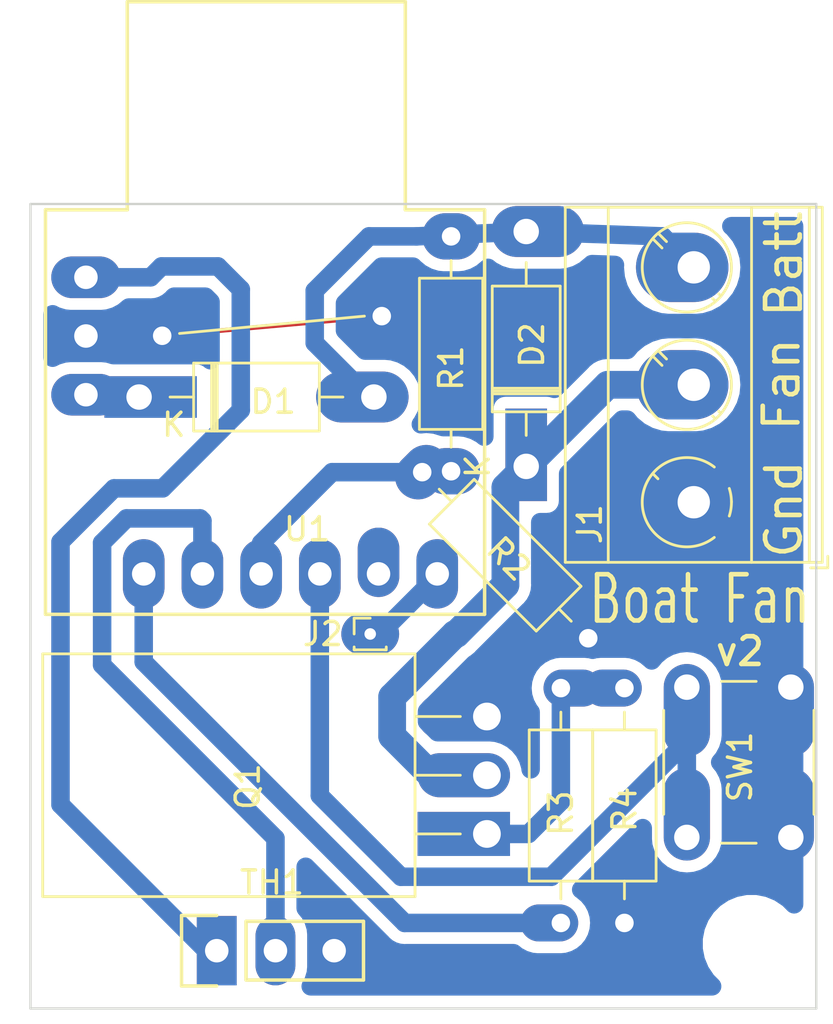
<source format=kicad_pcb>
(kicad_pcb (version 20171130) (host pcbnew 5.1.6-1.fc32)

  (general
    (thickness 1.6)
    (drawings 10)
    (tracks 63)
    (zones 0)
    (modules 14)
    (nets 12)
  )

  (page A4)
  (layers
    (0 F.Cu signal)
    (31 B.Cu signal)
    (32 B.Adhes user hide)
    (33 F.Adhes user hide)
    (34 B.Paste user hide)
    (35 F.Paste user hide)
    (36 B.SilkS user hide)
    (37 F.SilkS user)
    (38 B.Mask user hide)
    (39 F.Mask user hide)
    (40 Dwgs.User user hide)
    (41 Cmts.User user hide)
    (42 Eco1.User user hide)
    (43 Eco2.User user hide)
    (44 Edge.Cuts user)
    (45 Margin user hide)
    (46 B.CrtYd user hide)
    (47 F.CrtYd user hide)
    (48 B.Fab user hide)
    (49 F.Fab user hide)
  )

  (setup
    (last_trace_width 1.2)
    (user_trace_width 0.2)
    (user_trace_width 1.2)
    (trace_clearance 0.5)
    (zone_clearance 0.508)
    (zone_45_only no)
    (trace_min 0.2)
    (via_size 0.8)
    (via_drill 0.4)
    (via_min_size 0.4)
    (via_min_drill 0.3)
    (uvia_size 0.3)
    (uvia_drill 0.1)
    (uvias_allowed no)
    (uvia_min_size 0.2)
    (uvia_min_drill 0.1)
    (edge_width 0.05)
    (segment_width 0.2)
    (pcb_text_width 0.3)
    (pcb_text_size 1.5 1.5)
    (mod_edge_width 0.12)
    (mod_text_size 1 1)
    (mod_text_width 0.15)
    (pad_size 1.6 2.5)
    (pad_drill 0.8)
    (pad_to_mask_clearance 0.051)
    (solder_mask_min_width 0.25)
    (aux_axis_origin 85.2 99.6)
    (grid_origin 85.2 99.6)
    (visible_elements FFFFFF7F)
    (pcbplotparams
      (layerselection 0x01020_fffffffe)
      (usegerberextensions false)
      (usegerberattributes false)
      (usegerberadvancedattributes false)
      (creategerberjobfile false)
      (excludeedgelayer true)
      (linewidth 0.100000)
      (plotframeref false)
      (viasonmask false)
      (mode 1)
      (useauxorigin true)
      (hpglpennumber 1)
      (hpglpenspeed 20)
      (hpglpendiameter 15.000000)
      (psnegative false)
      (psa4output false)
      (plotreference true)
      (plotvalue true)
      (plotinvisibletext false)
      (padsonsilk false)
      (subtractmaskfromsilk false)
      (outputformat 1)
      (mirror false)
      (drillshape 0)
      (scaleselection 1)
      (outputdirectory "../Gerber/"))
  )

  (net 0 "")
  (net 1 GND)
  (net 2 "Net-(Q1-Pad1)")
  (net 3 button)
  (net 4 DHT11)
  (net 5 +5V)
  (net 6 Reset)
  (net 7 Vbatt)
  (net 8 FAN-GND)
  (net 9 Vsense)
  (net 10 fan-pwm)
  (net 11 Vin)

  (net_class Default "This is the default net class."
    (clearance 0.5)
    (trace_width 0.8)
    (via_dia 0.8)
    (via_drill 0.4)
    (uvia_dia 0.3)
    (uvia_drill 0.1)
    (add_net +5V)
    (add_net DHT11)
    (add_net FAN-GND)
    (add_net GND)
    (add_net "Net-(Q1-Pad1)")
    (add_net Reset)
    (add_net Vbatt)
    (add_net Vin)
    (add_net Vsense)
    (add_net button)
    (add_net fan-pwm)
  )

  (net_class pwr ""
    (clearance 0.5)
    (trace_width 1.2)
    (via_dia 0.8)
    (via_drill 0.4)
    (uvia_dia 0.3)
    (uvia_drill 0.1)
  )

  (module Resistor_THT:R_Axial_DIN0207_L6.3mm_D2.5mm_P10.16mm_Horizontal (layer F.Cu) (tedit 5EF0C69A) (tstamp 5D65B220)
    (at 110.7 85.94 270)
    (descr "Resistor, Axial_DIN0207 series, Axial, Horizontal, pin pitch=10.16mm, 0.25W = 1/4W, length*diameter=6.3*2.5mm^2, http://cdn-reichelt.de/documents/datenblatt/B400/1_4W%23YAG.pdf")
    (tags "Resistor Axial_DIN0207 series Axial Horizontal pin pitch 10.16mm 0.25W = 1/4W length 6.3mm diameter 2.5mm")
    (path /5D655ED0)
    (fp_text reference R4 (at 5.25 0 90) (layer F.SilkS)
      (effects (font (size 1 1) (thickness 0.15)))
    )
    (fp_text value 10K (at 5.08 2.37 90) (layer F.Fab)
      (effects (font (size 1 1) (thickness 0.15)))
    )
    (fp_text user %R (at 5.08 0 90) (layer F.Fab)
      (effects (font (size 1 1) (thickness 0.15)))
    )
    (fp_line (start 1.93 -1.25) (end 1.93 1.25) (layer F.Fab) (width 0.1))
    (fp_line (start 1.93 1.25) (end 8.23 1.25) (layer F.Fab) (width 0.1))
    (fp_line (start 8.23 1.25) (end 8.23 -1.25) (layer F.Fab) (width 0.1))
    (fp_line (start 8.23 -1.25) (end 1.93 -1.25) (layer F.Fab) (width 0.1))
    (fp_line (start 0 0) (end 1.93 0) (layer F.Fab) (width 0.1))
    (fp_line (start 10.16 0) (end 8.23 0) (layer F.Fab) (width 0.1))
    (fp_line (start 1.81 -1.37) (end 1.81 1.37) (layer F.SilkS) (width 0.12))
    (fp_line (start 1.81 1.37) (end 8.35 1.37) (layer F.SilkS) (width 0.12))
    (fp_line (start 8.35 1.37) (end 8.35 -1.37) (layer F.SilkS) (width 0.12))
    (fp_line (start 8.35 -1.37) (end 1.81 -1.37) (layer F.SilkS) (width 0.12))
    (fp_line (start 1.04 0) (end 1.81 0) (layer F.SilkS) (width 0.12))
    (fp_line (start 9.12 0) (end 8.35 0) (layer F.SilkS) (width 0.12))
    (fp_line (start -1.05 -1.5) (end -1.05 1.5) (layer F.CrtYd) (width 0.05))
    (fp_line (start -1.05 1.5) (end 11.21 1.5) (layer F.CrtYd) (width 0.05))
    (fp_line (start 11.21 1.5) (end 11.21 -1.5) (layer F.CrtYd) (width 0.05))
    (fp_line (start 11.21 -1.5) (end -1.05 -1.5) (layer F.CrtYd) (width 0.05))
    (pad 2 thru_hole oval (at 10.16 0 270) (size 1.6 2.5) (drill 0.8 (offset 0 -0.5)) (layers *.Cu *.Mask)
      (net 1 GND))
    (pad 1 thru_hole oval (at 0 0 270) (size 1.6 2.5) (drill 0.8 (offset 0 0.5)) (layers *.Cu *.Mask)
      (net 2 "Net-(Q1-Pad1)"))
    (model ${KISYS3DMOD}/Resistor_THT.3dshapes/R_Axial_DIN0207_L6.3mm_D2.5mm_P10.16mm_Horizontal.wrl
      (at (xyz 0 0 0))
      (scale (xyz 1 1 1))
      (rotate (xyz 0 0 0))
    )
  )

  (module Resistor_THT:R_Axial_DIN0207_L6.3mm_D2.5mm_P10.16mm_Horizontal (layer F.Cu) (tedit 5EF0C6A5) (tstamp 5EF14429)
    (at 107.95 96.1 90)
    (descr "Resistor, Axial_DIN0207 series, Axial, Horizontal, pin pitch=10.16mm, 0.25W = 1/4W, length*diameter=6.3*2.5mm^2, http://cdn-reichelt.de/documents/datenblatt/B400/1_4W%23YAG.pdf")
    (tags "Resistor Axial_DIN0207 series Axial Horizontal pin pitch 10.16mm 0.25W = 1/4W length 6.3mm diameter 2.5mm")
    (path /5D5A9882)
    (fp_text reference R3 (at 4.75 0 90) (layer F.SilkS)
      (effects (font (size 1 1) (thickness 0.15)))
    )
    (fp_text value 220R (at 5.08 2.37 90) (layer F.Fab)
      (effects (font (size 1 1) (thickness 0.15)))
    )
    (fp_text user %R (at 5.08 0 90) (layer F.Fab)
      (effects (font (size 1 1) (thickness 0.15)))
    )
    (fp_line (start 1.93 -1.25) (end 1.93 1.25) (layer F.Fab) (width 0.1))
    (fp_line (start 1.93 1.25) (end 8.23 1.25) (layer F.Fab) (width 0.1))
    (fp_line (start 8.23 1.25) (end 8.23 -1.25) (layer F.Fab) (width 0.1))
    (fp_line (start 8.23 -1.25) (end 1.93 -1.25) (layer F.Fab) (width 0.1))
    (fp_line (start 0 0) (end 1.93 0) (layer F.Fab) (width 0.1))
    (fp_line (start 10.16 0) (end 8.23 0) (layer F.Fab) (width 0.1))
    (fp_line (start 1.81 -1.37) (end 1.81 1.37) (layer F.SilkS) (width 0.12))
    (fp_line (start 1.81 1.37) (end 8.35 1.37) (layer F.SilkS) (width 0.12))
    (fp_line (start 8.35 1.37) (end 8.35 -1.37) (layer F.SilkS) (width 0.12))
    (fp_line (start 8.35 -1.37) (end 1.81 -1.37) (layer F.SilkS) (width 0.12))
    (fp_line (start 1.04 0) (end 1.81 0) (layer F.SilkS) (width 0.12))
    (fp_line (start 9.12 0) (end 8.35 0) (layer F.SilkS) (width 0.12))
    (fp_line (start -1.05 -1.5) (end -1.05 1.5) (layer F.CrtYd) (width 0.05))
    (fp_line (start -1.05 1.5) (end 11.21 1.5) (layer F.CrtYd) (width 0.05))
    (fp_line (start 11.21 1.5) (end 11.21 -1.5) (layer F.CrtYd) (width 0.05))
    (fp_line (start 11.21 -1.5) (end -1.05 -1.5) (layer F.CrtYd) (width 0.05))
    (pad 2 thru_hole oval (at 10.16 0 90) (size 1.6 2.5) (drill 0.8 (offset 0 0.5)) (layers *.Cu *.Mask)
      (net 2 "Net-(Q1-Pad1)"))
    (pad 1 thru_hole oval (at 0 0 90) (size 1.6 2.5) (drill 0.8 (offset 0 -0.5)) (layers *.Cu *.Mask)
      (net 10 fan-pwm))
    (model ${KISYS3DMOD}/Resistor_THT.3dshapes/R_Axial_DIN0207_L6.3mm_D2.5mm_P10.16mm_Horizontal.wrl
      (at (xyz 0 0 0))
      (scale (xyz 1 1 1))
      (rotate (xyz 0 0 0))
    )
  )

  (module mcuz:Digispark (layer F.Cu) (tedit 5EF0C61C) (tstamp 5EF11E66)
    (at 96.25 81)
    (path /5D599E15)
    (fp_text reference U1 (at 0.72 -1.93) (layer F.SilkS)
      (effects (font (size 1 1) (thickness 0.15)))
    )
    (fp_text value Digispark (at -0.24 -2.82) (layer F.Fab)
      (effects (font (size 1 1) (thickness 0.15)))
    )
    (fp_line (start -7.06 -24.75) (end -7.06 -15.75) (layer F.SilkS) (width 0.15))
    (fp_line (start 8.4 -15.75) (end 8.4 1.75) (layer F.SilkS) (width 0.15))
    (fp_line (start 4.97 -15.75) (end 8.4 -15.75) (layer F.SilkS) (width 0.15))
    (fp_line (start -10.6 -15.75) (end -10.6 1.75) (layer F.SilkS) (width 0.15))
    (fp_line (start 4.97 -24.75) (end -7.06 -24.75) (layer F.SilkS) (width 0.15))
    (fp_line (start 4.97 -24.75) (end 4.97 -15.75) (layer F.SilkS) (width 0.15))
    (fp_line (start -7.06 -15.75) (end -10.6 -15.75) (layer F.SilkS) (width 0.15))
    (fp_line (start -10.6 1.75) (end 8.4 1.75) (layer F.SilkS) (width 0.15))
    (pad 9 thru_hole oval (at -8.85 -12.83) (size 3 1.8) (drill 1.016) (layers *.Cu *.Mask)
      (net 5 +5V))
    (pad 8 thru_hole oval (at -8.85 -10.29) (size 3 1.8) (drill 1.016) (layers *.Cu *.Mask)
      (net 1 GND))
    (pad 7 thru_hole oval (at -8.85 -7.75) (size 3 1.8) (drill 1.016) (layers *.Cu *.Mask)
      (net 11 Vin))
    (pad 6 thru_hole oval (at 6.35 0) (size 1.8 3) (drill 1.016) (layers *.Cu *.Mask)
      (net 6 Reset))
    (pad 5 thru_hole oval (at 3.81 0) (size 1.8 3) (drill 1.016 (offset 0 -0.5)) (layers *.Cu *.Mask))
    (pad 4 thru_hole oval (at 1.27 0) (size 1.8 3) (drill 1.016) (layers *.Cu *.Mask)
      (net 3 button))
    (pad 3 thru_hole oval (at -1.27 0) (size 1.8 3) (drill 1.016) (layers *.Cu *.Mask)
      (net 9 Vsense))
    (pad 2 thru_hole oval (at -3.81 0) (size 1.8 3) (drill 1.016) (layers *.Cu *.Mask)
      (net 4 DHT11))
    (pad 1 thru_hole oval (at -6.35 0) (size 1.8 3) (drill 1.016) (layers *.Cu *.Mask)
      (net 10 fan-pwm))
  )

  (module sensorz:DHT11_Temperature_Humidity (layer F.Cu) (tedit 5EF0C53E) (tstamp 5EF15286)
    (at 95.6 97.3)
    (path /5D665FCE)
    (fp_text reference TH1 (at -0.15 -2.95) (layer F.SilkS)
      (effects (font (size 1 1) (thickness 0.15)))
    )
    (fp_text value DHT11 (at 0 4.445) (layer F.Fab)
      (effects (font (size 1 1) (thickness 0.15)))
    )
    (fp_line (start -7.62 -2.055) (end -7.62 -3.325) (layer B.CrtYd) (width 0.15))
    (fp_line (start -7.62 -3.325) (end 7.62 -3.325) (layer B.CrtYd) (width 0.15))
    (fp_line (start 7.62 -3.325) (end 7.62 -2.055) (layer B.CrtYd) (width 0.15))
    (fp_line (start 7.62 -2.055) (end -7.62 -2.055) (layer B.CrtYd) (width 0.15))
    (fp_line (start -6.35 -2.055) (end -6.35 3.025) (layer B.CrtYd) (width 0.15))
    (fp_line (start -6.35 3.025) (end 6.350024 3.025) (layer B.CrtYd) (width 0.15))
    (fp_line (start 6.35 3.025) (end 6.35 -2.055) (layer B.CrtYd) (width 0.15))
    (fp_line (start -2.54 -1.524) (end -4.064 -1.524) (layer F.SilkS) (width 0.15))
    (fp_line (start -4.064 -1.524) (end -4.064 1.524) (layer F.SilkS) (width 0.15))
    (fp_line (start -4.064 1.524) (end -2.54 1.524) (layer F.SilkS) (width 0.15))
    (fp_line (start -1.27 -1.27) (end 3.81 -1.27) (layer F.SilkS) (width 0.15))
    (fp_line (start 3.81 -1.27) (end 3.81 1.27) (layer F.SilkS) (width 0.15))
    (fp_line (start 3.81 1.27) (end -1.27 1.27) (layer F.SilkS) (width 0.15))
    (fp_line (start -1.27 1.27) (end -1.27 -1.27) (layer F.SilkS) (width 0.15))
    (pad 3 thru_hole oval (at 2.54 0 90) (size 3 1.7272) (drill 1.016) (layers *.Cu *.Mask)
      (net 1 GND))
    (pad 2 thru_hole oval (at 0 0 90) (size 3 1.7272) (drill 1.016) (layers *.Cu *.Mask)
      (net 4 DHT11))
    (pad 1 thru_hole rect (at -2.54 0 90) (size 3 1.7272) (drill 1.016) (layers *.Cu *.Mask)
      (net 5 +5V))
  )

  (module Diode_THT:D_DO-41_SOD81_P10.16mm_Horizontal (layer F.Cu) (tedit 5EF0C0CD) (tstamp 5EF111A5)
    (at 106.45 76.35 90)
    (descr "Diode, DO-41_SOD81 series, Axial, Horizontal, pin pitch=10.16mm, , length*diameter=5.2*2.7mm^2, , http://www.diodes.com/_files/packages/DO-41%20(Plastic).pdf")
    (tags "Diode DO-41_SOD81 series Axial Horizontal pin pitch 10.16mm  length 5.2mm diameter 2.7mm")
    (path /5EF13D6F)
    (fp_text reference D2 (at 5.25 0.25 90) (layer F.SilkS)
      (effects (font (size 1 1) (thickness 0.15)))
    )
    (fp_text value 1N4007 (at 5.08 2.47 90) (layer F.Fab)
      (effects (font (size 1 1) (thickness 0.15)))
    )
    (fp_line (start 11.51 -1.6) (end -1.35 -1.6) (layer F.CrtYd) (width 0.05))
    (fp_line (start 11.51 1.6) (end 11.51 -1.6) (layer F.CrtYd) (width 0.05))
    (fp_line (start -1.35 1.6) (end 11.51 1.6) (layer F.CrtYd) (width 0.05))
    (fp_line (start -1.35 -1.6) (end -1.35 1.6) (layer F.CrtYd) (width 0.05))
    (fp_line (start 3.14 -1.47) (end 3.14 1.47) (layer F.SilkS) (width 0.12))
    (fp_line (start 3.38 -1.47) (end 3.38 1.47) (layer F.SilkS) (width 0.12))
    (fp_line (start 3.26 -1.47) (end 3.26 1.47) (layer F.SilkS) (width 0.12))
    (fp_line (start 8.82 0) (end 7.8 0) (layer F.SilkS) (width 0.12))
    (fp_line (start 1.34 0) (end 2.36 0) (layer F.SilkS) (width 0.12))
    (fp_line (start 7.8 -1.47) (end 2.36 -1.47) (layer F.SilkS) (width 0.12))
    (fp_line (start 7.8 1.47) (end 7.8 -1.47) (layer F.SilkS) (width 0.12))
    (fp_line (start 2.36 1.47) (end 7.8 1.47) (layer F.SilkS) (width 0.12))
    (fp_line (start 2.36 -1.47) (end 2.36 1.47) (layer F.SilkS) (width 0.12))
    (fp_line (start 3.16 -1.35) (end 3.16 1.35) (layer F.Fab) (width 0.1))
    (fp_line (start 3.36 -1.35) (end 3.36 1.35) (layer F.Fab) (width 0.1))
    (fp_line (start 3.26 -1.35) (end 3.26 1.35) (layer F.Fab) (width 0.1))
    (fp_line (start 10.16 0) (end 7.68 0) (layer F.Fab) (width 0.1))
    (fp_line (start 0 0) (end 2.48 0) (layer F.Fab) (width 0.1))
    (fp_line (start 7.68 -1.35) (end 2.48 -1.35) (layer F.Fab) (width 0.1))
    (fp_line (start 7.68 1.35) (end 7.68 -1.35) (layer F.Fab) (width 0.1))
    (fp_line (start 2.48 1.35) (end 7.68 1.35) (layer F.Fab) (width 0.1))
    (fp_line (start 2.48 -1.35) (end 2.48 1.35) (layer F.Fab) (width 0.1))
    (fp_text user K (at 0 -2.1 90) (layer F.SilkS)
      (effects (font (size 1 1) (thickness 0.15)))
    )
    (fp_text user K (at 0 -2.1 90) (layer F.Fab)
      (effects (font (size 1 1) (thickness 0.15)))
    )
    (fp_text user %R (at 5.47 0 90) (layer F.Fab)
      (effects (font (size 1 1) (thickness 0.15)))
    )
    (pad 2 thru_hole oval (at 10.16 0 180) (size 4 2.2) (drill 1.1 (offset -0.5 0)) (layers *.Cu *.Mask)
      (net 7 Vbatt))
    (pad 1 thru_hole rect (at 0 0 90) (size 4 1.8) (drill 1.1 (offset 0.5 0)) (layers *.Cu *.Mask)
      (net 8 FAN-GND))
    (model ${KISYS3DMOD}/Diode_THT.3dshapes/D_DO-41_SOD81_P10.16mm_Horizontal.wrl
      (at (xyz 0 0 0))
      (scale (xyz 1 1 1))
      (rotate (xyz 0 0 0))
    )
  )

  (module Connector_PinHeader_1.00mm:PinHeader_1x01_P1.00mm_Vertical (layer F.Cu) (tedit 5D664B05) (tstamp 5D6651C3)
    (at 99.7 83.6)
    (descr "Through hole straight pin header, 1x01, 1.00mm pitch, single row")
    (tags "Through hole pin header THT 1x01 1.00mm single row")
    (path /5D666371)
    (fp_text reference J2 (at -2.05 0) (layer F.SilkS)
      (effects (font (size 1 1) (thickness 0.15)))
    )
    (fp_text value Reset (at 0 1.56) (layer F.Fab)
      (effects (font (size 1 1) (thickness 0.15)))
    )
    (fp_line (start 1.15 -1) (end -1.15 -1) (layer F.CrtYd) (width 0.05))
    (fp_line (start 1.15 1) (end 1.15 -1) (layer F.CrtYd) (width 0.05))
    (fp_line (start -1.15 1) (end 1.15 1) (layer F.CrtYd) (width 0.05))
    (fp_line (start -1.15 -1) (end -1.15 1) (layer F.CrtYd) (width 0.05))
    (fp_line (start -0.695 -0.685) (end 0 -0.685) (layer F.SilkS) (width 0.12))
    (fp_line (start -0.695 0) (end -0.695 -0.685) (layer F.SilkS) (width 0.12))
    (fp_line (start 0.608276 0.685) (end 0.695 0.685) (layer F.SilkS) (width 0.12))
    (fp_line (start -0.695 0.685) (end -0.608276 0.685) (layer F.SilkS) (width 0.12))
    (fp_line (start 0.695 0.685) (end 0.695 0.56) (layer F.SilkS) (width 0.12))
    (fp_line (start -0.695 0.685) (end -0.695 0.56) (layer F.SilkS) (width 0.12))
    (fp_line (start -0.695 0.685) (end 0.695 0.685) (layer F.SilkS) (width 0.12))
    (fp_line (start -0.635 -0.1825) (end -0.3175 -0.5) (layer F.Fab) (width 0.1))
    (fp_line (start -0.635 0.5) (end -0.635 -0.1825) (layer F.Fab) (width 0.1))
    (fp_line (start 0.635 0.5) (end -0.635 0.5) (layer F.Fab) (width 0.1))
    (fp_line (start 0.635 -0.5) (end 0.635 0.5) (layer F.Fab) (width 0.1))
    (fp_line (start -0.3175 -0.5) (end 0.635 -0.5) (layer F.Fab) (width 0.1))
    (fp_text user %R (at 0 0 90) (layer F.Fab)
      (effects (font (size 0.76 0.76) (thickness 0.114)))
    )
    (pad 1 thru_hole oval (at 0 0) (size 2.5 1.8) (drill 0.5) (layers *.Cu *.Mask)
      (net 6 Reset))
    (model ${KISYS3DMOD}/Connector_PinHeader_1.00mm.3dshapes/PinHeader_1x01_P1.00mm_Vertical.wrl
      (at (xyz 0 0 0))
      (scale (xyz 1 1 1))
      (rotate (xyz 0 0 0))
    )
  )

  (module TerminalBlock_MetzConnect:TerminalBlock_MetzConnect_Type073_RT02603HBLU_1x03_P5.08mm_Horizontal (layer F.Cu) (tedit 5D663F59) (tstamp 5D59EF4A)
    (at 113.7 77.9 90)
    (descr "terminal block Metz Connect Type073_RT02603HBLU, 3 pins, pitch 5.08mm, size 15.2x11mm^2, drill diamater 1.4mm, pad diameter 2.6mm, see http://www.metz-connect.com/de/system/files/productfiles/Datenblatt_310731_RT026xxHBLU_OFF-022792U.pdf, script-generated using https://github.com/pointhi/kicad-footprint-generator/scripts/TerminalBlock_MetzConnect")
    (tags "THT terminal block Metz Connect Type073_RT02603HBLU pitch 5.08mm size 15.2x11mm^2 drill 1.4mm pad 2.6mm")
    (path /5D59DE5B)
    (fp_text reference J1 (at -0.95 -4.5 90) (layer F.SilkS)
      (effects (font (size 1 1) (thickness 0.15)))
    )
    (fp_text value Batt (at 5.08 6.56 90) (layer F.Fab)
      (effects (font (size 1 1) (thickness 0.15)))
    )
    (fp_line (start 13.21 -6) (end -3.04 -6) (layer F.CrtYd) (width 0.05))
    (fp_line (start 13.21 6) (end 13.21 -6) (layer F.CrtYd) (width 0.05))
    (fp_line (start -3.04 6) (end 13.21 6) (layer F.CrtYd) (width 0.05))
    (fp_line (start -3.04 -6) (end -3.04 6) (layer F.CrtYd) (width 0.05))
    (fp_line (start -2.84 5.8) (end -2.34 5.8) (layer F.SilkS) (width 0.12))
    (fp_line (start -2.84 5.06) (end -2.84 5.8) (layer F.SilkS) (width 0.12))
    (fp_line (start 8.804 0.821) (end 8.697 0.928) (layer F.SilkS) (width 0.12))
    (fp_line (start 11.389 -1.764) (end 10.998 -1.374) (layer F.SilkS) (width 0.12))
    (fp_line (start 9.013 1.083) (end 8.932 1.164) (layer F.SilkS) (width 0.12))
    (fp_line (start 11.624 -1.529) (end 11.274 -1.179) (layer F.SilkS) (width 0.12))
    (fp_line (start 11.274 -1.628) (end 8.833 0.814) (layer F.Fab) (width 0.1))
    (fp_line (start 11.488 -1.414) (end 9.047 1.027) (layer F.Fab) (width 0.1))
    (fp_line (start 3.724 0.821) (end 3.617 0.928) (layer F.SilkS) (width 0.12))
    (fp_line (start 6.309 -1.764) (end 5.918 -1.374) (layer F.SilkS) (width 0.12))
    (fp_line (start 3.933 1.083) (end 3.852 1.164) (layer F.SilkS) (width 0.12))
    (fp_line (start 6.544 -1.529) (end 6.194 -1.179) (layer F.SilkS) (width 0.12))
    (fp_line (start 6.194 -1.628) (end 3.753 0.814) (layer F.Fab) (width 0.1))
    (fp_line (start 6.408 -1.414) (end 3.967 1.027) (layer F.Fab) (width 0.1))
    (fp_line (start 1.229 -1.764) (end 1.013 -1.549) (layer F.SilkS) (width 0.12))
    (fp_line (start 1.114 -1.628) (end -1.328 0.814) (layer F.Fab) (width 0.1))
    (fp_line (start 1.328 -1.414) (end -1.114 1.027) (layer F.Fab) (width 0.1))
    (fp_line (start 12.76 -5.56) (end 12.76 5.56) (layer F.SilkS) (width 0.12))
    (fp_line (start -2.6 -5.56) (end -2.6 5.56) (layer F.SilkS) (width 0.12))
    (fp_line (start -2.6 5.56) (end 12.76 5.56) (layer F.SilkS) (width 0.12))
    (fp_line (start -2.6 -5.56) (end 12.76 -5.56) (layer F.SilkS) (width 0.12))
    (fp_line (start -2.6 -3.7) (end 12.76 -3.7) (layer F.SilkS) (width 0.12))
    (fp_line (start -2.54 -3.7) (end 12.7 -3.7) (layer F.Fab) (width 0.1))
    (fp_line (start -2.6 2.5) (end 12.76 2.5) (layer F.SilkS) (width 0.12))
    (fp_line (start -2.54 2.5) (end 12.7 2.5) (layer F.Fab) (width 0.1))
    (fp_line (start -2.6 5) (end 12.76 5) (layer F.SilkS) (width 0.12))
    (fp_line (start -2.54 5) (end 12.7 5) (layer F.Fab) (width 0.1))
    (fp_line (start -2.54 5) (end -2.54 -5.5) (layer F.Fab) (width 0.1))
    (fp_line (start -2.04 5.5) (end -2.54 5) (layer F.Fab) (width 0.1))
    (fp_line (start 12.7 5.5) (end -2.04 5.5) (layer F.Fab) (width 0.1))
    (fp_line (start 12.7 -5.5) (end 12.7 5.5) (layer F.Fab) (width 0.1))
    (fp_line (start -2.54 -5.5) (end 12.7 -5.5) (layer F.Fab) (width 0.1))
    (fp_circle (center 10.16 -0.3) (end 11.91 -0.3) (layer F.Fab) (width 0.1))
    (fp_circle (center 5.08 -0.3) (end 6.83 -0.3) (layer F.Fab) (width 0.1))
    (fp_circle (center 0 -0.3) (end 1.75 -0.3) (layer F.Fab) (width 0.1))
    (fp_text user %R (at 5.08 3.5 90) (layer F.Fab)
      (effects (font (size 1 1) (thickness 0.15)))
    )
    (fp_arc (start 10.16 -0.3) (end 10.16 1.63) (angle -360) (layer F.SilkS) (width 0.12))
    (fp_arc (start 5.08 -0.3) (end 5.08 1.63) (angle -360) (layer F.SilkS) (width 0.12))
    (fp_arc (start 0 -0.3) (end -0.597 1.536) (angle -19) (layer F.SilkS) (width 0.12))
    (fp_arc (start 0 -0.3) (end -1.521 -1.489) (angle -76) (layer F.SilkS) (width 0.12))
    (fp_arc (start 0 -0.3) (end 1.5 -1.515) (angle -102) (layer F.SilkS) (width 0.12))
    (fp_arc (start 0 -0.3) (end 1.521 0.889) (angle -76) (layer F.SilkS) (width 0.12))
    (fp_arc (start 0 -0.3) (end 0 1.63) (angle -18) (layer F.SilkS) (width 0.12))
    (pad 3 thru_hole oval (at 10.16 0 90) (size 3 4) (drill 1.4 (offset 0 -0.5)) (layers *.Cu *.Mask)
      (net 7 Vbatt))
    (pad 2 thru_hole oval (at 5.08 0 90) (size 3 4) (drill 1.4 (offset 0 -0.5)) (layers *.Cu *.Mask)
      (net 8 FAN-GND))
    (pad 1 thru_hole rect (at 0 0 90) (size 3 4) (drill 1.4 (offset 0 -0.5)) (layers *.Cu *.Mask)
      (net 1 GND))
    (model ${KISYS3DMOD}/TerminalBlock_MetzConnect.3dshapes/TerminalBlock_MetzConnect_Type073_RT02603HBLU_1x03_P5.08mm_Horizontal.wrl
      (at (xyz 0 0 0))
      (scale (xyz 1 1 1))
      (rotate (xyz 0 0 0))
    )
  )

  (module Resistor_THT:R_Axial_DIN0207_L6.3mm_D2.5mm_P10.16mm_Horizontal (layer F.Cu) (tedit 5EF0C2E1) (tstamp 5EF144F5)
    (at 101.95 76.6 315)
    (descr "Resistor, Axial_DIN0207 series, Axial, Horizontal, pin pitch=10.16mm, 0.25W = 1/4W, length*diameter=6.3*2.5mm^2, http://cdn-reichelt.de/documents/datenblatt/B400/1_4W%23YAG.pdf")
    (tags "Resistor Axial_DIN0207 series Axial Horizontal pin pitch 10.16mm 0.25W = 1/4W length 6.3mm diameter 2.5mm")
    (path /5D5A53AE)
    (fp_text reference R2 (at 5.303301 0 135) (layer F.SilkS)
      (effects (font (size 1 1) (thickness 0.15)))
    )
    (fp_text value 1K (at 5.08 2.37 135) (layer F.Fab)
      (effects (font (size 1 1) (thickness 0.15)))
    )
    (fp_line (start 11.21 -1.5) (end -1.05 -1.5) (layer F.CrtYd) (width 0.05))
    (fp_line (start 11.21 1.5) (end 11.21 -1.5) (layer F.CrtYd) (width 0.05))
    (fp_line (start -1.05 1.5) (end 11.21 1.5) (layer F.CrtYd) (width 0.05))
    (fp_line (start -1.05 -1.5) (end -1.05 1.5) (layer F.CrtYd) (width 0.05))
    (fp_line (start 9.12 0) (end 8.35 0) (layer F.SilkS) (width 0.12))
    (fp_line (start 1.04 0) (end 1.81 0) (layer F.SilkS) (width 0.12))
    (fp_line (start 8.35 -1.37) (end 1.81 -1.37) (layer F.SilkS) (width 0.12))
    (fp_line (start 8.35 1.37) (end 8.35 -1.37) (layer F.SilkS) (width 0.12))
    (fp_line (start 1.81 1.37) (end 8.35 1.37) (layer F.SilkS) (width 0.12))
    (fp_line (start 1.81 -1.37) (end 1.81 1.37) (layer F.SilkS) (width 0.12))
    (fp_line (start 10.16 0) (end 8.23 0) (layer F.Fab) (width 0.1))
    (fp_line (start 0 0) (end 1.93 0) (layer F.Fab) (width 0.1))
    (fp_line (start 8.23 -1.25) (end 1.93 -1.25) (layer F.Fab) (width 0.1))
    (fp_line (start 8.23 1.25) (end 8.23 -1.25) (layer F.Fab) (width 0.1))
    (fp_line (start 1.93 1.25) (end 8.23 1.25) (layer F.Fab) (width 0.1))
    (fp_line (start 1.93 -1.25) (end 1.93 1.25) (layer F.Fab) (width 0.1))
    (fp_text user %R (at 5.08 0 135) (layer F.Fab)
      (effects (font (size 1 1) (thickness 0.15)))
    )
    (pad 2 thru_hole oval (at 10.16 0 315) (size 2 2.5) (drill 0.8 (offset 0 -0.5)) (layers *.Cu *.Mask)
      (net 1 GND))
    (pad 1 thru_hole oval (at 0 0 315) (size 2 2.5) (drill 0.8) (layers *.Cu *.Mask)
      (net 9 Vsense))
    (model ${KISYS3DMOD}/Resistor_THT.3dshapes/R_Axial_DIN0207_L6.3mm_D2.5mm_P10.16mm_Horizontal.wrl
      (at (xyz 0 0 0))
      (scale (xyz 1 1 1))
      (rotate (xyz 0 0 0))
    )
  )

  (module Resistor_THT:R_Axial_DIN0207_L6.3mm_D2.5mm_P10.16mm_Horizontal (layer F.Cu) (tedit 5D657423) (tstamp 5D65D185)
    (at 103.2 66.4 270)
    (descr "Resistor, Axial_DIN0207 series, Axial, Horizontal, pin pitch=10.16mm, 0.25W = 1/4W, length*diameter=6.3*2.5mm^2, http://cdn-reichelt.de/documents/datenblatt/B400/1_4W%23YAG.pdf")
    (tags "Resistor Axial_DIN0207 series Axial Horizontal pin pitch 10.16mm 0.25W = 1/4W length 6.3mm diameter 2.5mm")
    (path /5D5A4BFD)
    (fp_text reference R1 (at 5.7 0 90) (layer F.SilkS)
      (effects (font (size 1 1) (thickness 0.15)))
    )
    (fp_text value 10K (at 1.27 2.37 90) (layer F.Fab)
      (effects (font (size 1 1) (thickness 0.15)))
    )
    (fp_line (start 11.21 -1.5) (end -1.05 -1.5) (layer F.CrtYd) (width 0.05))
    (fp_line (start 11.21 1.5) (end 11.21 -1.5) (layer F.CrtYd) (width 0.05))
    (fp_line (start -1.05 1.5) (end 11.21 1.5) (layer F.CrtYd) (width 0.05))
    (fp_line (start -1.05 -1.5) (end -1.05 1.5) (layer F.CrtYd) (width 0.05))
    (fp_line (start 9.12 0) (end 8.35 0) (layer F.SilkS) (width 0.12))
    (fp_line (start 1.04 0) (end 1.81 0) (layer F.SilkS) (width 0.12))
    (fp_line (start 8.35 -1.37) (end 1.81 -1.37) (layer F.SilkS) (width 0.12))
    (fp_line (start 8.35 1.37) (end 8.35 -1.37) (layer F.SilkS) (width 0.12))
    (fp_line (start 1.81 1.37) (end 8.35 1.37) (layer F.SilkS) (width 0.12))
    (fp_line (start 1.81 -1.37) (end 1.81 1.37) (layer F.SilkS) (width 0.12))
    (fp_line (start 10.16 0) (end 8.23 0) (layer F.Fab) (width 0.1))
    (fp_line (start 0 0) (end 1.93 0) (layer F.Fab) (width 0.1))
    (fp_line (start 8.23 -1.25) (end 1.93 -1.25) (layer F.Fab) (width 0.1))
    (fp_line (start 8.23 1.25) (end 8.23 -1.25) (layer F.Fab) (width 0.1))
    (fp_line (start 1.93 1.25) (end 8.23 1.25) (layer F.Fab) (width 0.1))
    (fp_line (start 1.93 -1.25) (end 1.93 1.25) (layer F.Fab) (width 0.1))
    (fp_text user %R (at 1.27 -2.37 90) (layer F.Fab)
      (effects (font (size 1 1) (thickness 0.15)))
    )
    (pad 2 thru_hole oval (at 10.16 0 270) (size 2 2.5) (drill 0.8) (layers *.Cu *.Mask)
      (net 9 Vsense))
    (pad 1 thru_hole oval (at 0 0 270) (size 2 2.5) (drill 0.8) (layers *.Cu *.Mask)
      (net 7 Vbatt))
    (model ${KISYS3DMOD}/Resistor_THT.3dshapes/R_Axial_DIN0207_L6.3mm_D2.5mm_P10.16mm_Horizontal.wrl
      (at (xyz 0 0 0))
      (scale (xyz 1 1 1))
      (rotate (xyz 0 0 0))
    )
  )

  (module MountingHole:MountingHole_3.2mm_M3 (layer F.Cu) (tedit 56D1B4CB) (tstamp 5D5A1F01)
    (at 116.2 97)
    (descr "Mounting Hole 3.2mm, no annular, M3")
    (tags "mounting hole 3.2mm no annular m3")
    (path /5D5C8A88)
    (attr virtual)
    (fp_text reference H2 (at 0 -4.2) (layer F.SilkS) hide
      (effects (font (size 1 1) (thickness 0.15)))
    )
    (fp_text value MountingHole (at 0 4.2) (layer F.Fab)
      (effects (font (size 1 1) (thickness 0.15)))
    )
    (fp_circle (center 0 0) (end 3.2 0) (layer Cmts.User) (width 0.15))
    (fp_circle (center 0 0) (end 3.45 0) (layer F.CrtYd) (width 0.05))
    (fp_text user %R (at 0.3 0) (layer F.Fab)
      (effects (font (size 1 1) (thickness 0.15)))
    )
    (pad 1 np_thru_hole circle (at 0 0) (size 3.2 3.2) (drill 3.2) (layers *.Cu *.Mask))
  )

  (module MountingHole:MountingHole_3.2mm_M3 (layer F.Cu) (tedit 56D1B4CB) (tstamp 5D5A1EF9)
    (at 88.2 97)
    (descr "Mounting Hole 3.2mm, no annular, M3")
    (tags "mounting hole 3.2mm no annular m3")
    (path /5D5C84B3)
    (attr virtual)
    (fp_text reference H1 (at 0 -4.2) (layer F.SilkS) hide
      (effects (font (size 1 1) (thickness 0.15)))
    )
    (fp_text value MountingHole (at 0 4.2) (layer F.Fab)
      (effects (font (size 1 1) (thickness 0.15)))
    )
    (fp_circle (center 0 0) (end 3.45 0) (layer F.CrtYd) (width 0.05))
    (fp_circle (center 0 0) (end 3.2 0) (layer Cmts.User) (width 0.15))
    (fp_text user %R (at 0.3 0) (layer F.Fab)
      (effects (font (size 1 1) (thickness 0.15)))
    )
    (pad 1 np_thru_hole circle (at 0 0) (size 3.2 3.2) (drill 3.2) (layers *.Cu *.Mask))
  )

  (module Package_TO_SOT_THT:TO-220F-3_Horizontal_TabDown (layer F.Cu) (tedit 5EF0C197) (tstamp 5D65DF33)
    (at 104.75 92.25 90)
    (descr "TO-220F-3, Horizontal, RM 2.54mm, see http://www.st.com/resource/en/datasheet/stp20nm60.pdf")
    (tags "TO-220F-3 Horizontal RM 2.54mm")
    (path /5D5A8AD6)
    (fp_text reference Q1 (at 2.05 -10.35 90) (layer F.SilkS)
      (effects (font (size 1 1) (thickness 0.15)))
    )
    (fp_text value IRLZ14 (at 2.54 2 90) (layer F.Fab)
      (effects (font (size 1 1) (thickness 0.15)))
    )
    (fp_line (start 7.92 -19.35) (end -2.84 -19.35) (layer F.CrtYd) (width 0.05))
    (fp_line (start 7.92 1.25) (end 7.92 -19.35) (layer F.CrtYd) (width 0.05))
    (fp_line (start -2.84 1.25) (end 7.92 1.25) (layer F.CrtYd) (width 0.05))
    (fp_line (start -2.84 -19.35) (end -2.84 1.25) (layer F.CrtYd) (width 0.05))
    (fp_line (start 5.08 -3.11) (end 5.08 -1.15) (layer F.SilkS) (width 0.12))
    (fp_line (start 2.54 -3.11) (end 2.54 -1.15) (layer F.SilkS) (width 0.12))
    (fp_line (start 0 -3.11) (end 0 -1.15) (layer F.SilkS) (width 0.12))
    (fp_line (start 7.79 -19.22) (end 7.79 -3.11) (layer F.SilkS) (width 0.12))
    (fp_line (start -2.71 -19.22) (end -2.71 -3.11) (layer F.SilkS) (width 0.12))
    (fp_line (start -2.71 -19.22) (end 7.79 -19.22) (layer F.SilkS) (width 0.12))
    (fp_line (start -2.71 -3.11) (end 7.79 -3.11) (layer F.SilkS) (width 0.12))
    (fp_line (start 5.08 -3.23) (end 5.08 0) (layer F.Fab) (width 0.1))
    (fp_line (start 2.54 -3.23) (end 2.54 0) (layer F.Fab) (width 0.1))
    (fp_line (start 0 -3.23) (end 0 0) (layer F.Fab) (width 0.1))
    (fp_line (start 7.67 -3.23) (end -2.59 -3.23) (layer F.Fab) (width 0.1))
    (fp_line (start 7.67 -12.42) (end 7.67 -3.23) (layer F.Fab) (width 0.1))
    (fp_line (start -2.59 -12.42) (end 7.67 -12.42) (layer F.Fab) (width 0.1))
    (fp_line (start -2.59 -3.23) (end -2.59 -12.42) (layer F.Fab) (width 0.1))
    (fp_line (start 7.67 -12.42) (end -2.59 -12.42) (layer F.Fab) (width 0.1))
    (fp_line (start 7.67 -19.1) (end 7.67 -12.42) (layer F.Fab) (width 0.1))
    (fp_line (start -2.59 -19.1) (end 7.67 -19.1) (layer F.Fab) (width 0.1))
    (fp_line (start -2.59 -12.42) (end -2.59 -19.1) (layer F.Fab) (width 0.1))
    (fp_circle (center 2.54 -15.8) (end 4.39 -15.8) (layer F.Fab) (width 0.1))
    (fp_text user %R (at 2.54 -20.22 90) (layer F.Fab)
      (effects (font (size 1 1) (thickness 0.15)))
    )
    (pad 3 thru_hole oval (at 5.08 0 90) (size 1.905 4) (drill 1.2 (offset 0 -1)) (layers *.Cu *.Mask)
      (net 1 GND))
    (pad 2 thru_hole oval (at 2.54 0 90) (size 1.905 4) (drill 1.2 (offset 0 -1)) (layers *.Cu *.Mask)
      (net 8 FAN-GND))
    (pad 1 thru_hole rect (at 0 0 90) (size 1.905 4) (drill 1.2 (offset 0 -1)) (layers *.Cu *.Mask)
      (net 2 "Net-(Q1-Pad1)"))
    (pad "" np_thru_hole oval (at 2.54 -15.8 90) (size 3.5 3.5) (drill 3.5) (layers *.Cu *.Mask))
    (model ${KISYS3DMOD}/Package_TO_SOT_THT.3dshapes/TO-220F-3_Horizontal_TabDown.wrl
      (at (xyz 0 0 0))
      (scale (xyz 1 1 1))
      (rotate (xyz 0 0 0))
    )
  )

  (module Button_Switch_THT:SW_PUSH_6mm (layer F.Cu) (tedit 5D59F594) (tstamp 5D5A102E)
    (at 117.9 85.9 270)
    (descr https://www.omron.com/ecb/products/pdf/en-b3f.pdf)
    (tags "tact sw push 6mm")
    (path /5D5AB785)
    (fp_text reference SW1 (at 3.45 2.2 90) (layer F.SilkS)
      (effects (font (size 1 1) (thickness 0.15)))
    )
    (fp_text value SW_Push (at 3.75 6.7 90) (layer F.Fab)
      (effects (font (size 1 1) (thickness 0.15)))
    )
    (fp_circle (center 3.25 2.25) (end 1.25 2.5) (layer F.Fab) (width 0.1))
    (fp_line (start 6.75 3) (end 6.75 1.5) (layer F.SilkS) (width 0.12))
    (fp_line (start 5.5 -1) (end 1 -1) (layer F.SilkS) (width 0.12))
    (fp_line (start -0.25 1.5) (end -0.25 3) (layer F.SilkS) (width 0.12))
    (fp_line (start 1 5.5) (end 5.5 5.5) (layer F.SilkS) (width 0.12))
    (fp_line (start 8 -1.25) (end 8 5.75) (layer F.CrtYd) (width 0.05))
    (fp_line (start 7.75 6) (end -1.25 6) (layer F.CrtYd) (width 0.05))
    (fp_line (start -1.5 5.75) (end -1.5 -1.25) (layer F.CrtYd) (width 0.05))
    (fp_line (start -1.25 -1.5) (end 7.75 -1.5) (layer F.CrtYd) (width 0.05))
    (fp_line (start -1.5 6) (end -1.25 6) (layer F.CrtYd) (width 0.05))
    (fp_line (start -1.5 5.75) (end -1.5 6) (layer F.CrtYd) (width 0.05))
    (fp_line (start -1.5 -1.5) (end -1.25 -1.5) (layer F.CrtYd) (width 0.05))
    (fp_line (start -1.5 -1.25) (end -1.5 -1.5) (layer F.CrtYd) (width 0.05))
    (fp_line (start 8 -1.5) (end 8 -1.25) (layer F.CrtYd) (width 0.05))
    (fp_line (start 7.75 -1.5) (end 8 -1.5) (layer F.CrtYd) (width 0.05))
    (fp_line (start 8 6) (end 8 5.75) (layer F.CrtYd) (width 0.05))
    (fp_line (start 7.75 6) (end 8 6) (layer F.CrtYd) (width 0.05))
    (fp_line (start 0.25 -0.75) (end 3.25 -0.75) (layer F.Fab) (width 0.1))
    (fp_line (start 0.25 5.25) (end 0.25 -0.75) (layer F.Fab) (width 0.1))
    (fp_line (start 6.25 5.25) (end 0.25 5.25) (layer F.Fab) (width 0.1))
    (fp_line (start 6.25 -0.75) (end 6.25 5.25) (layer F.Fab) (width 0.1))
    (fp_line (start 3.25 -0.75) (end 6.25 -0.75) (layer F.Fab) (width 0.1))
    (fp_text user %R (at 3.25 2.25 90) (layer F.Fab)
      (effects (font (size 1 1) (thickness 0.15)))
    )
    (pad 1 thru_hole oval (at 6.5 0 270) (size 4 2) (drill 1.1 (offset -1 0)) (layers *.Cu *.Mask)
      (net 1 GND))
    (pad 2 thru_hole oval (at 6.5 4.5) (size 2 4) (drill 1.1 (offset 0 -1)) (layers *.Cu *.Mask)
      (net 3 button))
    (pad 1 thru_hole oval (at 0 0) (size 2 4) (drill 1.1 (offset 0 1)) (layers *.Cu *.Mask)
      (net 1 GND))
    (pad 2 thru_hole oval (at 0 4.5) (size 2 4) (drill 1.1 (offset 0 1)) (layers *.Cu *.Mask)
      (net 3 button))
    (model ${KISYS3DMOD}/Button_Switch_THT.3dshapes/SW_PUSH_6mm.wrl
      (at (xyz 0 0 0))
      (scale (xyz 1 1 1))
      (rotate (xyz 0 0 0))
    )
  )

  (module Diode_THT:D_DO-41_SOD81_P10.16mm_Horizontal (layer F.Cu) (tedit 5D65673F) (tstamp 5EF1180E)
    (at 89.7 73.35)
    (descr "Diode, DO-41_SOD81 series, Axial, Horizontal, pin pitch=10.16mm, , length*diameter=5.2*2.7mm^2, , http://www.diodes.com/_files/packages/DO-41%20(Plastic).pdf")
    (tags "Diode DO-41_SOD81 series Axial Horizontal pin pitch 10.16mm  length 5.2mm diameter 2.7mm")
    (path /5D5A1A0C)
    (fp_text reference D1 (at 5.8 0.2) (layer F.SilkS)
      (effects (font (size 1 1) (thickness 0.15)))
    )
    (fp_text value 1N4007 (at 5.08 2.47) (layer F.Fab)
      (effects (font (size 1 1) (thickness 0.15)))
    )
    (fp_line (start 11.51 -1.6) (end -1.35 -1.6) (layer F.CrtYd) (width 0.05))
    (fp_line (start 11.51 1.6) (end 11.51 -1.6) (layer F.CrtYd) (width 0.05))
    (fp_line (start -1.35 1.6) (end 11.51 1.6) (layer F.CrtYd) (width 0.05))
    (fp_line (start -1.35 -1.6) (end -1.35 1.6) (layer F.CrtYd) (width 0.05))
    (fp_line (start 3.14 -1.47) (end 3.14 1.47) (layer F.SilkS) (width 0.12))
    (fp_line (start 3.38 -1.47) (end 3.38 1.47) (layer F.SilkS) (width 0.12))
    (fp_line (start 3.26 -1.47) (end 3.26 1.47) (layer F.SilkS) (width 0.12))
    (fp_line (start 8.82 0) (end 7.8 0) (layer F.SilkS) (width 0.12))
    (fp_line (start 1.34 0) (end 2.36 0) (layer F.SilkS) (width 0.12))
    (fp_line (start 7.8 -1.47) (end 2.36 -1.47) (layer F.SilkS) (width 0.12))
    (fp_line (start 7.8 1.47) (end 7.8 -1.47) (layer F.SilkS) (width 0.12))
    (fp_line (start 2.36 1.47) (end 7.8 1.47) (layer F.SilkS) (width 0.12))
    (fp_line (start 2.36 -1.47) (end 2.36 1.47) (layer F.SilkS) (width 0.12))
    (fp_line (start 3.16 -1.35) (end 3.16 1.35) (layer F.Fab) (width 0.1))
    (fp_line (start 3.36 -1.35) (end 3.36 1.35) (layer F.Fab) (width 0.1))
    (fp_line (start 3.26 -1.35) (end 3.26 1.35) (layer F.Fab) (width 0.1))
    (fp_line (start 10.16 0) (end 7.68 0) (layer F.Fab) (width 0.1))
    (fp_line (start 0 0) (end 2.48 0) (layer F.Fab) (width 0.1))
    (fp_line (start 7.68 -1.35) (end 2.48 -1.35) (layer F.Fab) (width 0.1))
    (fp_line (start 7.68 1.35) (end 7.68 -1.35) (layer F.Fab) (width 0.1))
    (fp_line (start 2.48 1.35) (end 7.68 1.35) (layer F.Fab) (width 0.1))
    (fp_line (start 2.48 -1.35) (end 2.48 1.35) (layer F.Fab) (width 0.1))
    (fp_text user K (at 1.5 1.2) (layer F.SilkS)
      (effects (font (size 1 1) (thickness 0.15)))
    )
    (fp_text user K (at 0 -2.1) (layer F.Fab)
      (effects (font (size 1 1) (thickness 0.15)))
    )
    (fp_text user %R (at 5.47 0) (layer F.Fab)
      (effects (font (size 1 1) (thickness 0.15)))
    )
    (pad 2 thru_hole oval (at 10.16 0) (size 4 2.2) (drill 1.1 (offset -0.5 0)) (layers *.Cu *.Mask)
      (net 7 Vbatt))
    (pad 1 thru_hole rect (at 0 0) (size 4 1.8) (drill 1.1 (offset 0.5 0)) (layers *.Cu *.Mask)
      (net 11 Vin))
    (model ${KISYS3DMOD}/Diode_THT.3dshapes/D_DO-41_SOD81_P10.16mm_Horizontal.wrl
      (at (xyz 0 0 0))
      (scale (xyz 1 1 1))
      (rotate (xyz 0 0 0))
    )
  )

  (gr_line (start 91.45 70.6) (end 99.45 69.85) (layer F.SilkS) (width 0.12))
  (gr_text v2 (at 115.7 84.35) (layer F.SilkS)
    (effects (font (size 1.2 1.2) (thickness 0.2)))
  )
  (gr_text "Boat Fan" (at 113.95 82.1) (layer F.SilkS) (tstamp 5D65E589)
    (effects (font (size 2 1.4) (thickness 0.2)))
  )
  (gr_line (start 85 65) (end 85 99.8) (layer Edge.Cuts) (width 0.1))
  (gr_line (start 119 65) (end 85 65) (layer Edge.Cuts) (width 0.1))
  (gr_line (start 119 99.8) (end 119 65) (layer Edge.Cuts) (width 0.1))
  (gr_line (start 85 99.8) (end 119 99.8) (layer Edge.Cuts) (width 0.1))
  (gr_text Batt (at 117.6 67.6 90) (layer F.SilkS) (tstamp 5D5A1681)
    (effects (font (size 1.5 1.5) (thickness 0.2)))
  )
  (gr_text Fan (at 117.5 72.8 90) (layer F.SilkS) (tstamp 5D65E66A)
    (effects (font (size 1.5 1.5) (thickness 0.2)))
  )
  (gr_text Gnd (at 117.6 78.2 90) (layer F.SilkS)
    (effects (font (size 1.5 1.5) (thickness 0.2)))
  )

  (via (at 90.7 70.7) (size 2) (drill 0.8) (layers F.Cu B.Cu) (net 1))
  (via (at 100.2 69.85) (size 2) (drill 0.8) (layers F.Cu B.Cu) (net 1))
  (segment (start 90.7 70.7) (end 100.2 69.85) (width 0.2) (layer F.Cu) (net 1))
  (segment (start 110.7 85.94) (end 107.95 85.94) (width 0.8) (layer B.Cu) (net 2))
  (segment (start 107.95 85.94) (end 107.95 90.85) (width 0.8) (layer B.Cu) (net 2))
  (segment (start 106.55 92.25) (end 104.75 92.25) (width 0.8) (layer B.Cu) (net 2))
  (segment (start 107.95 90.85) (end 106.55 92.25) (width 0.8) (layer B.Cu) (net 2))
  (segment (start 113.4 85.9) (end 113.4 92.4) (width 0.8) (layer B.Cu) (net 3))
  (segment (start 97.52 90.592502) (end 97.52 81) (width 0.8) (layer B.Cu) (net 3))
  (segment (start 101.029999 94.102501) (end 97.52 90.592502) (width 0.8) (layer B.Cu) (net 3))
  (segment (start 107.535989 94.102501) (end 101.029999 94.102501) (width 0.8) (layer B.Cu) (net 3))
  (segment (start 113.4 88.23849) (end 107.535989 94.102501) (width 0.8) (layer B.Cu) (net 3))
  (segment (start 113.4 85.9) (end 113.4 88.23849) (width 0.8) (layer B.Cu) (net 3))
  (segment (start 95.6 92.437998) (end 95.6 97.3) (width 0.8) (layer B.Cu) (net 4))
  (segment (start 88.09999 84.937988) (end 95.6 92.437998) (width 0.8) (layer B.Cu) (net 4))
  (segment (start 88.09999 79.654412) (end 88.09999 84.937988) (width 0.8) (layer B.Cu) (net 4))
  (segment (start 89.154412 78.59999) (end 88.09999 79.654412) (width 0.8) (layer B.Cu) (net 4))
  (segment (start 92.33999 78.59999) (end 89.154412 78.59999) (width 0.8) (layer B.Cu) (net 4))
  (segment (start 92.44 78.7) (end 92.33999 78.59999) (width 0.8) (layer B.Cu) (net 4))
  (segment (start 92.44 81) (end 92.44 78.7) (width 0.8) (layer B.Cu) (net 4))
  (segment (start 87.43 68.2) (end 87.4 68.17) (width 0.8) (layer B.Cu) (net 5))
  (segment (start 90.2 68.17) (end 87.4 68.17) (width 0.8) (layer B.Cu) (net 5))
  (segment (start 94.100001 68.687999) (end 93.112001 67.699999) (width 0.8) (layer B.Cu) (net 5))
  (segment (start 94.100001 73.920001) (end 94.100001 68.687999) (width 0.8) (layer B.Cu) (net 5))
  (segment (start 90.670001 67.699999) (end 90.2 68.17) (width 0.8) (layer B.Cu) (net 5))
  (segment (start 93.112001 67.699999) (end 90.670001 67.699999) (width 0.8) (layer B.Cu) (net 5))
  (segment (start 92.617998 97.3) (end 93.06 97.3) (width 0.8) (layer B.Cu) (net 5))
  (segment (start 86.299999 90.982001) (end 92.617998 97.3) (width 0.8) (layer B.Cu) (net 5))
  (segment (start 86.299999 79.615912) (end 86.299999 90.982001) (width 0.8) (layer B.Cu) (net 5))
  (segment (start 88.615931 77.29998) (end 86.299999 79.615912) (width 0.8) (layer B.Cu) (net 5))
  (segment (start 90.720022 77.29998) (end 88.615931 77.29998) (width 0.8) (layer B.Cu) (net 5))
  (segment (start 94.100001 73.920001) (end 90.720022 77.29998) (width 0.8) (layer B.Cu) (net 5))
  (segment (start 100.105598 83.6) (end 99.7 83.6) (width 0.8) (layer B.Cu) (net 6))
  (segment (start 102.6 81.105598) (end 100.105598 83.6) (width 0.8) (layer B.Cu) (net 6))
  (segment (start 102.6 81) (end 102.6 81.105598) (width 0.8) (layer B.Cu) (net 6))
  (segment (start 97.299999 71.012001) (end 99.637998 73.35) (width 0.8) (layer B.Cu) (net 7))
  (segment (start 99.637998 73.35) (end 99.86 73.35) (width 0.8) (layer B.Cu) (net 7))
  (segment (start 97.299999 68.750001) (end 97.299999 71.012001) (width 0.8) (layer B.Cu) (net 7))
  (segment (start 99.65 66.4) (end 97.299999 68.750001) (width 0.8) (layer B.Cu) (net 7))
  (segment (start 101.7 66.4) (end 99.65 66.4) (width 0.8) (layer B.Cu) (net 7))
  (segment (start 106.45 66.19) (end 101.7 66.4) (width 0.8) (layer B.Cu) (net 7))
  (segment (start 112.36 66.4) (end 106.45 66.19) (width 0.8) (layer B.Cu) (net 7))
  (segment (start 113.7 67.74) (end 112.36 66.4) (width 0.8) (layer B.Cu) (net 7))
  (segment (start 109.98 72.82) (end 106.45 76.35) (width 1.2) (layer B.Cu) (net 8))
  (segment (start 113.7 72.82) (end 109.98 72.82) (width 1.2) (layer B.Cu) (net 8))
  (segment (start 102.339813 89.71) (end 104.75 89.71) (width 1.2) (layer B.Cu) (net 8))
  (segment (start 100.64999 88.020177) (end 102.339813 89.71) (width 1.2) (layer B.Cu) (net 8))
  (segment (start 100.64999 86.319823) (end 100.64999 88.020177) (width 1.2) (layer B.Cu) (net 8))
  (segment (start 103.369803 83.60001) (end 100.64999 86.319823) (width 1.2) (layer B.Cu) (net 8))
  (segment (start 103.428431 83.60001) (end 103.369803 83.60001) (width 1.2) (layer B.Cu) (net 8))
  (segment (start 105.55001 81.478431) (end 103.428431 83.60001) (width 1.2) (layer B.Cu) (net 8))
  (segment (start 105.55001 77.24999) (end 105.55001 81.478431) (width 1.2) (layer B.Cu) (net 8))
  (segment (start 106.45 76.35) (end 105.55001 77.24999) (width 1.2) (layer B.Cu) (net 8))
  (segment (start 101.99 76.56) (end 101.95 76.6) (width 0.8) (layer B.Cu) (net 9))
  (segment (start 103.2 76.56) (end 101.99 76.56) (width 0.8) (layer B.Cu) (net 9))
  (segment (start 94.98 79.670923) (end 94.98 81) (width 0.8) (layer B.Cu) (net 9))
  (segment (start 98.050923 76.6) (end 94.98 79.670923) (width 0.8) (layer B.Cu) (net 9))
  (segment (start 101.95 76.6) (end 98.050923 76.6) (width 0.8) (layer B.Cu) (net 9))
  (segment (start 89.9 84.810992) (end 89.9 81) (width 0.8) (layer B.Cu) (net 10))
  (segment (start 101.189008 96.1) (end 89.9 84.810992) (width 0.8) (layer B.Cu) (net 10))
  (segment (start 107.95 96.1) (end 101.189008 96.1) (width 0.8) (layer B.Cu) (net 10))
  (segment (start 89.6 73.25) (end 89.7 73.35) (width 0.8) (layer B.Cu) (net 11))
  (segment (start 87.4 73.25) (end 89.6 73.25) (width 0.8) (layer B.Cu) (net 11))

  (zone (net 1) (net_name GND) (layer B.Cu) (tstamp 5EF155AB) (hatch edge 0.508)
    (connect_pads yes (clearance 0.508))
    (min_thickness 0.8)
    (fill yes (arc_segments 32) (thermal_gap 0.8) (thermal_bridge_width 0.9))
    (polygon
      (pts
        (xy 85.2 65.2) (xy 118.8 65.2) (xy 118.8 99.6) (xy 85.2 99.6)
      )
    )
    (filled_polygon
      (pts
        (xy 118.042 95.295152) (xy 117.798757 95.051909) (xy 117.387983 94.777439) (xy 116.931557 94.588381) (xy 116.447016 94.492)
        (xy 115.952984 94.492) (xy 115.468443 94.588381) (xy 115.012017 94.777439) (xy 114.601243 95.051909) (xy 114.251909 95.401243)
        (xy 113.977439 95.812017) (xy 113.788381 96.268443) (xy 113.692 96.752984) (xy 113.692 97.247016) (xy 113.788381 97.731557)
        (xy 113.977439 98.187983) (xy 114.251909 98.598757) (xy 114.495152 98.842) (xy 97.124743 98.842) (xy 97.244664 98.617642)
        (xy 97.345966 98.283694) (xy 97.3716 98.023432) (xy 97.3716 96.576568) (xy 97.345966 96.316306) (xy 97.244664 95.982358)
        (xy 97.080159 95.674589) (xy 96.908 95.464813) (xy 96.908 93.668784) (xy 100.218685 96.979469) (xy 100.259638 97.02937)
        (xy 100.309539 97.070323) (xy 100.309543 97.070327) (xy 100.458806 97.192824) (xy 100.686036 97.314281) (xy 100.932595 97.389074)
        (xy 101.124758 97.408) (xy 101.124767 97.408) (xy 101.189007 97.414327) (xy 101.253247 97.408) (xy 105.901467 97.408)
        (xy 106.046495 97.527021) (xy 106.343214 97.685621) (xy 106.665174 97.783286) (xy 106.916096 97.808) (xy 107.983904 97.808)
        (xy 108.234826 97.783286) (xy 108.556786 97.685621) (xy 108.853505 97.527021) (xy 109.113582 97.313582) (xy 109.327021 97.053505)
        (xy 109.485621 96.756786) (xy 109.583286 96.434826) (xy 109.616264 96.1) (xy 109.583286 95.765174) (xy 109.485621 95.443214)
        (xy 109.327021 95.146495) (xy 109.113582 94.886418) (xy 108.853505 94.672979) (xy 108.828609 94.659672) (xy 111.492001 91.99628)
        (xy 111.492001 92.493724) (xy 111.519609 92.774033) (xy 111.628711 93.133693) (xy 111.805882 93.465156) (xy 112.044314 93.755687)
        (xy 112.334845 93.994119) (xy 112.666308 94.17129) (xy 113.025968 94.280392) (xy 113.4 94.317231) (xy 113.774033 94.280392)
        (xy 114.133693 94.17129) (xy 114.465156 93.994119) (xy 114.755687 93.755687) (xy 114.994119 93.465156) (xy 115.17129 93.133693)
        (xy 115.280392 92.774033) (xy 115.308 92.493723) (xy 115.308 90.306276) (xy 115.280392 90.025967) (xy 115.17129 89.666307)
        (xy 114.994119 89.334844) (xy 114.842422 89.15) (xy 114.994119 88.965156) (xy 115.17129 88.633693) (xy 115.280392 88.274033)
        (xy 115.308 87.993723) (xy 115.308 85.806276) (xy 115.280392 85.525967) (xy 115.17129 85.166307) (xy 114.994119 84.834844)
        (xy 114.755687 84.544313) (xy 114.465156 84.305881) (xy 114.133692 84.12871) (xy 113.774032 84.019608) (xy 113.4 83.982769)
        (xy 113.025967 84.019608) (xy 112.666307 84.12871) (xy 112.334844 84.305881) (xy 112.044313 84.544313) (xy 111.879223 84.745476)
        (xy 111.863582 84.726418) (xy 111.603505 84.512979) (xy 111.306786 84.354379) (xy 110.984826 84.256714) (xy 110.733904 84.232)
        (xy 109.666096 84.232) (xy 109.415174 84.256714) (xy 109.325 84.284068) (xy 109.234826 84.256714) (xy 108.983904 84.232)
        (xy 107.916096 84.232) (xy 107.665174 84.256714) (xy 107.343214 84.354379) (xy 107.046495 84.512979) (xy 106.786418 84.726418)
        (xy 106.572979 84.986495) (xy 106.414379 85.283214) (xy 106.316714 85.605174) (xy 106.283736 85.94) (xy 106.316714 86.274826)
        (xy 106.414379 86.596786) (xy 106.572979 86.893505) (xy 106.642 86.977608) (xy 106.642001 89.456158) (xy 106.63108 89.345278)
        (xy 106.524695 88.994573) (xy 106.351934 88.67136) (xy 106.119438 88.388062) (xy 105.83614 88.155566) (xy 105.512927 87.982805)
        (xy 105.162222 87.87642) (xy 104.888899 87.8495) (xy 102.611947 87.8495) (xy 102.15799 87.395544) (xy 102.15799 86.944456)
        (xy 104.210626 84.891821) (xy 104.270284 84.859933) (xy 104.499907 84.671486) (xy 104.547133 84.613941) (xy 106.563946 82.597129)
        (xy 106.621486 82.549907) (xy 106.809933 82.320284) (xy 106.949961 82.05831) (xy 107.03619 81.774051) (xy 107.05801 81.552509)
        (xy 107.065306 81.478431) (xy 107.05801 81.404353) (xy 107.05801 78.762393) (xy 107.35 78.762393) (xy 107.527999 78.744862)
        (xy 107.699158 78.692941) (xy 107.856898 78.608627) (xy 107.995159 78.495159) (xy 108.108627 78.356898) (xy 108.192941 78.199158)
        (xy 108.244862 78.027999) (xy 108.262393 77.85) (xy 108.262393 76.67024) (xy 110.604634 74.328) (xy 110.82249 74.328)
        (xy 110.989048 74.530952) (xy 111.355714 74.831866) (xy 111.77404 75.055466) (xy 112.22795 75.193158) (xy 112.581706 75.228)
        (xy 113.818294 75.228) (xy 114.17205 75.193158) (xy 114.62596 75.055466) (xy 115.044286 74.831866) (xy 115.410952 74.530952)
        (xy 115.711866 74.164286) (xy 115.935466 73.74596) (xy 116.073158 73.29205) (xy 116.119651 72.82) (xy 116.073158 72.34795)
        (xy 115.935466 71.89404) (xy 115.711866 71.475714) (xy 115.410952 71.109048) (xy 115.044286 70.808134) (xy 114.62596 70.584534)
        (xy 114.17205 70.446842) (xy 113.818294 70.412) (xy 112.581706 70.412) (xy 112.22795 70.446842) (xy 111.77404 70.584534)
        (xy 111.355714 70.808134) (xy 110.989048 71.109048) (xy 110.82249 71.312) (xy 110.05407 71.312) (xy 109.98 71.304705)
        (xy 109.90593 71.312) (xy 109.905922 71.312) (xy 109.709686 71.331328) (xy 109.684379 71.33382) (xy 109.400121 71.420049)
        (xy 109.138147 71.560077) (xy 108.908524 71.748524) (xy 108.861302 71.806064) (xy 107.66935 72.998017) (xy 107.527999 72.955138)
        (xy 107.35 72.937607) (xy 105.55 72.937607) (xy 105.372001 72.955138) (xy 105.200842 73.007059) (xy 105.043102 73.091373)
        (xy 104.904841 73.204841) (xy 104.791373 73.343102) (xy 104.707059 73.500842) (xy 104.655138 73.672001) (xy 104.637607 73.85)
        (xy 104.637607 75.066374) (xy 104.515156 74.965881) (xy 104.183693 74.78871) (xy 103.824033 74.679608) (xy 103.543724 74.652)
        (xy 102.860593 74.652) (xy 102.860468 74.651933) (xy 102.50081 74.542832) (xy 102.126777 74.505992) (xy 101.88978 74.529335)
        (xy 101.937669 74.470982) (xy 102.124126 74.122146) (xy 102.238945 73.743637) (xy 102.277715 73.35) (xy 102.238945 72.956363)
        (xy 102.124126 72.577854) (xy 101.937669 72.229018) (xy 101.68674 71.92326) (xy 101.380982 71.672331) (xy 101.032146 71.485874)
        (xy 100.653637 71.371055) (xy 100.358638 71.342) (xy 99.479789 71.342) (xy 98.607999 70.47021) (xy 98.607999 69.291792)
        (xy 100.191792 67.708) (xy 101.555177 67.708) (xy 101.594313 67.755687) (xy 101.884844 67.994119) (xy 102.216307 68.17129)
        (xy 102.575967 68.280392) (xy 102.856276 68.308) (xy 103.543724 68.308) (xy 103.824033 68.280392) (xy 104.183693 68.17129)
        (xy 104.515156 67.994119) (xy 104.799127 67.76107) (xy 104.929018 67.867669) (xy 105.277854 68.054126) (xy 105.656363 68.168945)
        (xy 105.951362 68.198) (xy 107.948638 68.198) (xy 108.243637 68.168945) (xy 108.622146 68.054126) (xy 108.970982 67.867669)
        (xy 109.27674 67.61674) (xy 109.290673 67.599763) (xy 110.290662 67.635295) (xy 110.280349 67.74) (xy 110.326842 68.21205)
        (xy 110.464534 68.66596) (xy 110.688134 69.084286) (xy 110.989048 69.450952) (xy 111.355714 69.751866) (xy 111.77404 69.975466)
        (xy 112.22795 70.113158) (xy 112.581706 70.148) (xy 113.818294 70.148) (xy 114.17205 70.113158) (xy 114.62596 69.975466)
        (xy 115.044286 69.751866) (xy 115.410952 69.450952) (xy 115.711866 69.084286) (xy 115.935466 68.66596) (xy 116.073158 68.21205)
        (xy 116.119651 67.74) (xy 116.073158 67.26795) (xy 115.935466 66.81404) (xy 115.711866 66.395714) (xy 115.410952 66.029048)
        (xy 115.324379 65.958) (xy 118.042001 65.958)
      )
    )
    (filled_polygon
      (pts
        (xy 92.792002 69.229791) (xy 92.792001 71.761216) (xy 92.706898 71.691373) (xy 92.549158 71.607059) (xy 92.377999 71.555138)
        (xy 92.2 71.537607) (xy 88.583364 71.537607) (xy 88.35443 71.46816) (xy 88.088821 71.442) (xy 86.711179 71.442)
        (xy 86.44557 71.46816) (xy 86.104761 71.571544) (xy 85.958 71.649989) (xy 85.958 69.770011) (xy 86.104761 69.848456)
        (xy 86.44557 69.95184) (xy 86.711179 69.978) (xy 88.088821 69.978) (xy 88.35443 69.95184) (xy 88.695239 69.848456)
        (xy 89.009331 69.680571) (xy 89.256165 69.478) (xy 90.135757 69.478) (xy 90.2 69.484327) (xy 90.264243 69.478)
        (xy 90.26425 69.478) (xy 90.456413 69.459074) (xy 90.702972 69.384281) (xy 90.930202 69.262824) (xy 91.12937 69.09937)
        (xy 91.170328 69.049463) (xy 91.211792 69.007999) (xy 92.57021 69.007999)
      )
    )
  )
)

</source>
